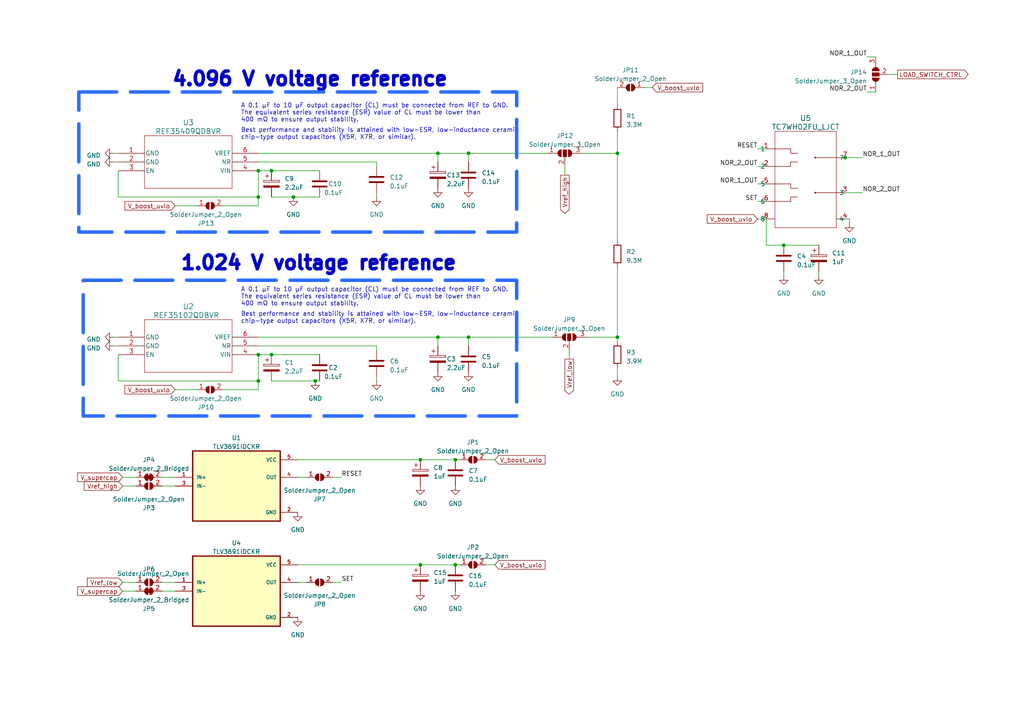
<source format=kicad_sch>
(kicad_sch (version 20230121) (generator eeschema)
  (paper "A4")
  (title_block (title "UVLO circuit ") (date "2024-02-07") (rev "1"))
  (lib_symbols
    (symbol "Device:C" (pin_numbers hide) (pin_names (offset 0.254))
      (property "Reference" "C" (at 0.635 2.54 0))
      (property "Value" "C" (at 0.635 -2.54 0))
      (symbol "C_0_1"
        (polyline (pts (xy -2.032 -0.762) (xy 2.032 -0.762)) (stroke (width 0.508)))
        (polyline (pts (xy -2.032 0.762) (xy 2.032 0.762)) (stroke (width 0.508)))
      )
      (symbol "C_1_1"
        (pin passive line (at 0 3.81 270) (length 2.794) (name "~") (number "1"))
        (pin passive line (at 0 -3.81 90) (length 2.794) (name "~") (number "2"))
      )
    )
    (symbol "Device:C_Polarized" (pin_numbers hide) (pin_names (offset 0.254))
      (property "Reference" "C" (at 0.635 2.54 0))
      (property "Value" "C_Polarized" (at 0.635 -2.54 0))
      (symbol "C_Polarized_0_1"
        (rectangle (start -2.286 0.508) (end 2.286 1.016))
        (polyline (pts (xy -1.778 2.286) (xy -0.762 2.286)))
        (polyline (pts (xy -1.27 2.794) (xy -1.27 1.778)))
        (rectangle (start 2.286 -0.508) (end -2.286 -1.016) (fill (type outline)))
      )
      (symbol "C_Polarized_1_1"
        (pin passive line (at 0 3.81 270) (length 2.794) (name "~") (number "1"))
        (pin passive line (at 0 -3.81 90) (length 2.794) (name "~") (number "2"))
      )
    )
    (symbol "Device:R" (pin_numbers hide) (pin_names (offset 0))
      (property "Reference" "R" (at 2.032 0 90))
      (property "Value" "R" (at 0 0 90))
      (symbol "R_0_1"
        (rectangle (start -1.016 -2.54) (end 1.016 2.54) (stroke (width 0.254)))
      )
      (symbol "R_1_1"
        (pin passive line (at 0 3.81 270) (length 1.27) (name "~") (number "1"))
        (pin passive line (at 0 -3.81 90) (length 1.27) (name "~") (number "2"))
      )
    )
    (symbol "Jumper:SolderJumper_2_Bridged" (pin_names (offset 0) hide)
      (property "Reference" "JP" (at 0 2.032 0))
      (property "Value" "SolderJumper_2_Bridged" (at 0 -2.54 0))
      (symbol "SolderJumper_2_Bridged_0_1"
        (rectangle (start -0.508 0.508) (end 0.508 -0.508) (fill (type outline)))
        (arc (start -0.254 1.016) (mid -1.2656 0) (end -0.254 -1.016))
        (arc (start -0.254 1.016) (mid -1.2656 0) (end -0.254 -1.016) (fill (type outline)))
        (polyline (pts (xy -0.254 1.016) (xy -0.254 -1.016)))
        (polyline (pts (xy 0.254 1.016) (xy 0.254 -1.016)))
        (arc (start 0.254 -1.016) (mid 1.2656 0) (end 0.254 1.016))
        (arc (start 0.254 -1.016) (mid 1.2656 0) (end 0.254 1.016) (fill (type outline)))
      )
      (symbol "SolderJumper_2_Bridged_1_1"
        (pin passive line (at -3.81 0 0) (length 2.54) (name "A") (number "1"))
        (pin passive line (at 3.81 0 180) (length 2.54) (name "B") (number "2"))
      )
    )
    (symbol "Jumper:SolderJumper_2_Open" (pin_names (offset 0) hide)
      (property "Reference" "JP" (at 0 2.032 0))
      (property "Value" "SolderJumper_2_Open" (at 0 -2.54 0))
      (symbol "SolderJumper_2_Open_0_1"
        (arc (start -0.254 1.016) (mid -1.2656 0) (end -0.254 -1.016))
        (arc (start -0.254 1.016) (mid -1.2656 0) (end -0.254 -1.016) (fill (type outline)))
        (polyline (pts (xy -0.254 1.016) (xy -0.254 -1.016)))
        (polyline (pts (xy 0.254 1.016) (xy 0.254 -1.016)))
        (arc (start 0.254 -1.016) (mid 1.2656 0) (end 0.254 1.016))
        (arc (start 0.254 -1.016) (mid 1.2656 0) (end 0.254 1.016) (fill (type outline)))
      )
      (symbol "SolderJumper_2_Open_1_1"
        (pin passive line (at -3.81 0 0) (length 2.54) (name "A") (number "1"))
        (pin passive line (at 3.81 0 180) (length 2.54) (name "B") (number "2"))
      )
    )
    (symbol "Jumper:SolderJumper_3_Open" (pin_names (offset 0) hide)
      (property "Reference" "JP" (at -2.54 -2.54 0))
      (property "Value" "SolderJumper_3_Open" (at 0 2.794 0))
      (symbol "SolderJumper_3_Open_0_1"
        (arc (start -1.016 1.016) (mid -2.0276 0) (end -1.016 -1.016))
        (arc (start -1.016 1.016) (mid -2.0276 0) (end -1.016 -1.016) (fill (type outline)))
        (rectangle (start -0.508 1.016) (end 0.508 -1.016) (fill (type outline)))
        (polyline (pts (xy -2.54 0) (xy -2.032 0)))
        (polyline (pts (xy -1.016 1.016) (xy -1.016 -1.016)))
        (polyline (pts (xy 0 -1.27) (xy 0 -1.016)))
        (polyline (pts (xy 1.016 1.016) (xy 1.016 -1.016)))
        (polyline (pts (xy 2.54 0) (xy 2.032 0)))
        (arc (start 1.016 -1.016) (mid 2.0276 0) (end 1.016 1.016))
        (arc (start 1.016 -1.016) (mid 2.0276 0) (end 1.016 1.016) (fill (type outline)))
      )
      (symbol "SolderJumper_3_Open_1_1"
        (pin passive line (at -5.08 0 0) (length 2.54) (name "A") (number "1"))
        (pin passive line (at 0 -3.81 90) (length 2.54) (name "C") (number "2"))
        (pin passive line (at 5.08 0 180) (length 2.54) (name "B") (number "3"))
      )
    )
    (symbol "TC7WH02FU:TC7WH02FU_LJCT" (pin_names (offset 0.254))
      (property "Reference" "U" (at 0 0 0))
      (property "Value" "TC7WH02FU_LJCT" (at 0 0 0))
      (symbol "TC7WH02FU_LJCT_0_1"
        (polyline (pts (xy -2.54 -25.4) (xy 0 -25.4)))
        (polyline (pts (xy -2.54 -20.32) (xy 0 -20.32)))
        (polyline (pts (xy -2.54 -15.24) (xy 0 -15.24)))
        (polyline (pts (xy -2.54 -10.16) (xy 0 -10.16)))
        (polyline (pts (xy -2.54 -5.08) (xy 0 -5.08)))
        (polyline (pts (xy 0 -27.94) (xy 0 0)) (stroke (width 0.127)))
        (polyline (pts (xy 0 -20.32) (xy 4.572 -20.32)))
        (polyline (pts (xy 0 -15.24) (xy 4.572 -15.24)))
        (polyline (pts (xy 0 -10.16) (xy 4.572 -10.16)))
        (polyline (pts (xy 0 -5.08) (xy 4.572 -5.08)))
        (polyline (pts (xy 0 0) (xy 17.78 0)) (stroke (width 0.127)))
        (polyline (pts (xy 4.572 -19.05) (xy 4.572 -20.32)))
        (polyline (pts (xy 4.572 -19.05) (xy 6.604 -19.05)))
        (polyline (pts (xy 4.572 -16.51) (xy 6.604 -16.51)))
        (polyline (pts (xy 4.572 -15.24) (xy 4.572 -16.51)))
        (polyline (pts (xy 4.572 -8.89) (xy 4.572 -10.16)))
        (polyline (pts (xy 4.572 -8.89) (xy 6.604 -8.89)))
        (polyline (pts (xy 4.572 -6.35) (xy 6.604 -6.35)))
        (polyline (pts (xy 4.572 -5.08) (xy 4.572 -6.35)))
        (polyline (pts (xy 11.938 -17.78) (xy 17.78 -17.78)))
        (polyline (pts (xy 11.938 -7.62) (xy 17.78 -7.62)))
        (polyline (pts (xy 17.78 -27.94) (xy 0 -27.94)) (stroke (width 0.127)))
        (polyline (pts (xy 17.78 0) (xy 17.78 -27.94)) (stroke (width 0.127)))
        (polyline (pts (xy 20.32 -25.4) (xy 17.78 -25.4)))
        (polyline (pts (xy 20.32 -17.78) (xy 17.78 -17.78)))
        (polyline (pts (xy 20.32 -7.62) (xy 17.78 -7.62)))
        (circle (center 11.684 -17.78) (radius 0.127) (stroke (width 0.254)))
        (circle (center 11.684 -7.62) (radius 0.127) (stroke (width 0.254)))
        (pin unspecified line (at -2.5146 -5.08 180) (length 0.0254) (name "1") (number "1"))
        (pin unspecified line (at -2.5146 -10.16 180) (length 0.0254) (name "2") (number "2"))
        (pin unspecified line (at 20.3454 -17.78 180) (length 0.0254) (name "3") (number "3"))
        (pin unspecified line (at 20.3454 -25.4 180) (length 0.0254) (name "4") (number "4"))
        (pin unspecified line (at -2.5146 -15.24 180) (length 0.0254) (name "5") (number "5"))
        (pin unspecified line (at -2.5146 -20.32 180) (length 0.0254) (name "6") (number "6"))
        (pin unspecified line (at 20.3454 -7.62 180) (length 0.0254) (name "7") (number "7"))
        (pin unspecified line (at -2.5146 -25.4 180) (length 0.0254) (name "8") (number "8"))
      )
    )
    (symbol "TLV3691IDCKR:TLV3691IDCKR" (pin_names (offset 1.016))
      (property "Reference" "U" (at -12.7 11.16 0))
      (property "Value" "TLV3691IDCKR" (at -12.7 -14.16 0))
      (symbol "TLV3691IDCKR_0_0"
        (rectangle (start -12.7 -10.16) (end 12.7 10.16) (stroke (width 0.41)) (fill (type background)))
        (pin input line (at -17.78 2.54 0) (length 5.08) (name "IN+") (number "1"))
        (pin power_in line (at 17.78 -7.62 180) (length 5.08) (name "GND") (number "2"))
        (pin input line (at -17.78 0 0) (length 5.08) (name "IN-") (number "3"))
        (pin output line (at 17.78 2.54 180) (length 5.08) (name "OUT") (number "4"))
        (pin power_in line (at 17.78 7.62 180) (length 5.08) (name "VCC") (number "5"))
      )
    )
    (symbol "power:GND" (power) (pin_names (offset 0))
      (property "Value" "GND" (at 0 -3.81 0))
      (symbol "GND_0_1"
        (polyline (pts (xy 0 0) (xy 0 -1.27) (xy 1.27 -1.27) (xy 0 -2.54) (xy -1.27 -1.27) (xy 0 -1.27)))
      )
      (symbol "GND_1_1"
        (pin power_in line (at 0 0 270) (length 0) hide (name "GND") (number "1"))
      )
    )
    (symbol "ref35:PREF35125QDBVR" (pin_names (offset 0.254))
      (property "Reference" "U" (at 20.32 10.16 0))
      (property "Value" "PREF35125QDBVR" (at 20.32 7.62 0))
      (symbol "PREF35125QDBVR_0_1"
        (polyline (pts (xy 7.62 -10.16) (xy 33.02 -10.16)) (stroke (width 0.127)))
        (polyline (pts (xy 7.62 5.08) (xy 7.62 -10.16)) (stroke (width 0.127)))
        (polyline (pts (xy 33.02 -10.16) (xy 33.02 5.08)) (stroke (width 0.127)))
        (polyline (pts (xy 33.02 5.08) (xy 7.62 5.08)) (stroke (width 0.127)))
        (pin power_out line (at 0 0 0) (length 7.62) (name "GND") (number "1"))
        (pin power_out line (at 0 -2.54 0) (length 7.62) (name "GND") (number "2"))
        (pin input line (at 0 -5.08 0) (length 7.62) (name "EN") (number "3"))
        (pin power_in line (at 40.64 -5.08 180) (length 7.62) (name "VIN") (number "4"))
        (pin output line (at 40.64 -2.54 180) (length 7.62) (name "NR") (number "5"))
        (pin output line (at 40.64 0 180) (length 7.62) (name "VREF") (number "6"))
      )
    )
  )
  (junction (at 132.08 163.83))
  (junction (at 74.93 102.87))
  (junction (at 74.93 49.53))
  (junction (at 132.08 133.35))
  (junction (at 127 44.45))
  (junction (at 121.92 133.35))
  (junction (at 85.09 57.15))
  (junction (at 245.11 45.72))
  (junction (at 135.89 97.79))
  (junction (at 74.93 110.49))
  (junction (at 127 97.79))
  (junction (at 74.93 57.15))
  (junction (at 78.74 49.53))
  (junction (at 121.92 163.83))
  (junction (at 135.89 44.45))
  (junction (at 91.44 110.49))
  (junction (at 78.74 102.87))
  (junction (at 179.07 44.45))
  (junction (at 227.33 71.12))
  (junction (at 179.07 97.79))
  (wire (pts (xy 179.07 77.47) (xy 179.07 97.79)))
  (wire (pts (xy 127 46.99) (xy 127 44.45)))
  (wire (pts (xy 109.22 57.15) (xy 109.22 55.88)))
  (wire (pts (xy 46.99 171.45) (xy 50.8 171.45)))
  (wire (pts (xy 121.92 133.35) (xy 132.08 133.35)))
  (wire (pts (xy 74.93 110.49) (xy 74.93 113.03)))
  (wire (pts (xy 78.74 57.15) (xy 85.09 57.15)))
  (wire (pts (xy 74.93 102.87) (xy 74.93 110.49)))
  (wire (pts (xy 237.49 78.74) (xy 237.49 80.01)))
  (wire (pts (xy 33.02 44.45) (xy 34.29 44.45)))
  (wire (pts (xy 219.71 43.18) (xy 222.25 43.18)))
  (wire (pts (xy 33.02 97.79) (xy 34.29 97.79)))
  (wire (pts (xy 74.93 57.15) (xy 74.93 59.69)))
  (wire (pts (xy 34.29 102.87) (xy 34.29 110.49)))
  (wire (pts (xy 245.11 63.5) (xy 246.38 63.5)))
  (wire (pts (xy 179.07 106.68) (xy 179.07 109.22)))
  (wire (pts (xy 222.25 71.12) (xy 227.33 71.12)))
  (wire (pts (xy 179.07 97.79) (xy 179.07 99.06)))
  (wire (pts (xy 135.89 46.99) (xy 135.89 44.45)))
  (wire (pts (xy 227.33 78.74) (xy 227.33 80.01)))
  (wire (pts (xy 35.56 140.97) (xy 39.37 140.97)))
  (wire (pts (xy 127 100.33) (xy 127 97.79)))
  (wire (pts (xy 50.8 113.03) (xy 57.15 113.03)))
  (wire (pts (xy 74.93 49.53) (xy 78.74 49.53)))
  (wire (pts (xy 245.0846 45.72) (xy 245.11 45.72)))
  (wire (pts (xy 50.8 59.69) (xy 57.15 59.69)))
  (wire (pts (xy 189.23 25.4) (xy 186.69 25.4)))
  (wire (pts (xy 179.07 25.4) (xy 179.07 30.48)))
  (wire (pts (xy 74.93 102.87) (xy 78.74 102.87)))
  (wire (pts (xy 91.44 110.49) (xy 92.71 110.49)))
  (wire (pts (xy 127 44.45) (xy 135.89 44.45)))
  (wire (pts (xy 33.02 100.33) (xy 34.29 100.33)))
  (wire (pts (xy 46.99 138.43) (xy 50.8 138.43)))
  (wire (pts (xy 96.52 168.91) (xy 99.06 168.91)))
  (wire (pts (xy 85.09 57.15) (xy 92.71 57.15)))
  (wire (pts (xy 140.97 133.35) (xy 143.51 133.35)))
  (wire (pts (xy 245.11 45.72) (xy 250.19 45.72)))
  (wire (pts (xy 78.74 49.53) (xy 92.71 49.53)))
  (wire (pts (xy 46.99 140.97) (xy 50.8 140.97)))
  (wire (pts (xy 96.52 138.43) (xy 99.06 138.43)))
  (wire (pts (xy 222.25 63.5) (xy 222.25 71.12)))
  (wire (pts (xy 179.07 44.45) (xy 179.07 69.85)))
  (wire (pts (xy 35.56 168.91) (xy 39.37 168.91)))
  (wire (pts (xy 219.71 58.42) (xy 222.25 58.42)))
  (wire (pts (xy 33.02 46.99) (xy 34.29 46.99)))
  (wire (pts (xy 86.36 133.35) (xy 121.92 133.35)))
  (wire (pts (xy 245.11 55.88) (xy 250.19 55.88)))
  (wire (pts (xy 78.74 102.87) (xy 92.71 102.87)))
  (wire (pts (xy 165.1 101.6) (xy 165.1 104.14)))
  (wire (pts (xy 257.81 21.59) (xy 260.35 21.59)))
  (wire (pts (xy 163.83 48.26) (xy 163.83 50.8)))
  (wire (pts (xy 140.97 163.83) (xy 143.51 163.83)))
  (wire (pts (xy 46.99 168.91) (xy 50.8 168.91)))
  (wire (pts (xy 74.93 100.33) (xy 109.22 100.33)))
  (wire (pts (xy 35.56 171.45) (xy 39.37 171.45)))
  (wire (pts (xy 251.46 26.67) (xy 254 26.67)))
  (wire (pts (xy 35.56 138.43) (xy 39.37 138.43)))
  (wire (pts (xy 34.29 57.15) (xy 74.93 57.15)))
  (wire (pts (xy 109.22 101.6) (xy 109.22 100.33)))
  (wire (pts (xy 179.07 38.1) (xy 179.07 44.45)))
  (wire (pts (xy 74.93 46.99) (xy 109.22 46.99)))
  (wire (pts (xy 109.22 110.49) (xy 109.22 109.22)))
  (wire (pts (xy 64.77 113.03) (xy 74.93 113.03)))
  (wire (pts (xy 74.93 97.79) (xy 127 97.79)))
  (wire (pts (xy 227.33 71.12) (xy 237.49 71.12)))
  (wire (pts (xy 74.93 44.45) (xy 127 44.45)))
  (wire (pts (xy 168.91 44.45) (xy 179.07 44.45)))
  (wire (pts (xy 132.08 163.83) (xy 133.35 163.83)))
  (wire (pts (xy 86.36 138.43) (xy 88.9 138.43)))
  (wire (pts (xy 135.89 100.33) (xy 135.89 97.79)))
  (wire (pts (xy 34.29 110.49) (xy 74.93 110.49)))
  (wire (pts (xy 86.36 168.91) (xy 88.9 168.91)))
  (wire (pts (xy 34.29 49.53) (xy 34.29 57.15)))
  (wire (pts (xy 135.89 44.45) (xy 158.75 44.45)))
  (wire (pts (xy 64.77 59.69) (xy 74.93 59.69)))
  (wire (pts (xy 132.08 133.35) (xy 133.35 133.35)))
  (wire (pts (xy 219.6846 48.26) (xy 222.2246 48.26)))
  (wire (pts (xy 78.74 110.49) (xy 91.44 110.49)))
  (wire (pts (xy 121.92 163.83) (xy 132.08 163.83)))
  (wire (pts (xy 246.38 63.5) (xy 246.38 64.77)))
  (wire (pts (xy 74.93 49.53) (xy 74.93 57.15)))
  (wire (pts (xy 127 97.79) (xy 135.89 97.79)))
  (wire (pts (xy 219.6846 53.34) (xy 222.2246 53.34)))
  (wire (pts (xy 219.6846 63.5) (xy 222.2246 63.5)))
  (wire (pts (xy 86.36 163.83) (xy 121.92 163.83)))
  (wire (pts (xy 251.46 16.51) (xy 254 16.51)))
  (wire (pts (xy 170.18 97.79) (xy 179.07 97.79)))
  (wire (pts (xy 109.22 48.26) (xy 109.22 46.99)))
  (wire (pts (xy 135.89 97.79) (xy 160.02 97.79)))
  (rectangle (start 24.13 81.28) (end 149.86 120.65) (stroke (width 1) (type dash) (color 39 103 255 1)))
  (rectangle (start 22.86 26.67) (end 149.86 67.31) (stroke (width 1) (type dash) (color 39 103 255 1)))
  (text "Best performance and stability is attained with low-ESR, low-inductance ceramic\nchip-type output capacitors (X5R, X7R, or similar)." (at 69.85 40.64 0) (effects (font (size 1.27 1.27)) (justify left bottom)))
  (text "A 0.1 μF to 10 μF output capacitor (CL) must be connected from REF to GND. \nThe equivalent series resistance (ESR) value of CL must be lower than \n400 mΩ to ensure output stability." (at 69.85 35.56 0) (effects (font (size 1.27 1.27)) (justify left bottom)))
  (text "1.024 V voltage reference" (at 52.07 78.74 0) (effects (font (size 4 4) (thickness 5) bold) (justify left bottom)))
  (text "Best performance and stability is attained with low-ESR, low-inductance ceramic\nchip-type output capacitors (X5R, X7R, or similar)." (at 69.85 93.98 0) (effects (font (size 1.27 1.27)) (justify left bottom)))
  (text "4.096 V voltage reference" (at 49.53 25.4 0) (effects (font (size 4 4) (thickness 5) bold) (justify left bottom)))
  (text "A 0.1 μF to 10 μF output capacitor (CL) must be connected from REF to GND. \nThe equivalent series resistance (ESR) value of CL must be lower than \n400 mΩ to ensure output stability." (at 69.85 88.9 0) (effects (font (size 1.27 1.27)) (justify left bottom)))
  (label "SET" (at 99.06 168.91 0))
  (label "RESET" (at 219.71 43.18 180))
  (label "NOR_2_OUT" (at 251.46 26.67 180))
  (label "NOR_1_OUT" (at 250.19 45.72 0))
  (label "RESET" (at 99.06 138.43 0))
  (label "NOR_2_OUT" (at 219.71 48.26 180))
  (label "SET" (at 219.71 58.42 180))
  (label "NOR_1_OUT" (at 251.46 16.51 180))
  (label "NOR_1_OUT" (at 219.71 53.34 180))
  (label "NOR_2_OUT" (at 250.19 55.88 0))
  (global_label "V_boost_uvlo" (shape input) (at 50.8 113.03 180) (property "Intersheetrefs" "${INTERSHEET_REFS}" (effects hide)))
  (global_label "V_boost_uvlo" (shape input) (at 143.51 163.83 0) (property "Intersheetrefs" "${INTERSHEET_REFS}" (effects hide)))
  (global_label "V_boost_uvlo" (shape input) (at 50.8 59.69 180) (property "Intersheetrefs" "${INTERSHEET_REFS}" (effects hide)))
  (global_label "V_boost_uvlo" (shape input) (at 189.23 25.4 0) (property "Intersheetrefs" "${INTERSHEET_REFS}" (effects hide)))
  (global_label "Vref_high" (shape output) (at 163.83 50.8 270) (property "Intersheetrefs" "${INTERSHEET_REFS}" (effects hide)))
  (global_label "V_supercap" (shape input) (at 35.56 171.45 180) (property "Intersheetrefs" "${INTERSHEET_REFS}" (effects hide)))
  (global_label "Vref_high" (shape input) (at 35.56 140.97 180) (property "Intersheetrefs" "${INTERSHEET_REFS}" (effects hide)))
  (global_label "V_boost_uvlo" (shape input) (at 143.51 133.35 0) (property "Intersheetrefs" "${INTERSHEET_REFS}" (effects hide)))
  (global_label "Vref_low" (shape input) (at 35.56 168.91 180) (property "Intersheetrefs" "${INTERSHEET_REFS}" (effects hide)))
  (global_label "LOAD_SWITCH_CTRL" (shape output) (at 260.35 21.59 0) (property "Intersheetrefs" "${INTERSHEET_REFS}" (effects hide)))
  (global_label "V_supercap" (shape input) (at 35.56 138.43 180) (property "Intersheetrefs" "${INTERSHEET_REFS}" (effects hide)))
  (global_label "Vref_low" (shape output) (at 165.1 104.14 270) (property "Intersheetrefs" "${INTERSHEET_REFS}" (effects hide)))
  (global_label "V_boost_uvlo" (shape input) (at 219.6846 63.5 180) (property "Intersheetrefs" "${INTERSHEET_REFS}" (effects hide)))
  (symbol (lib_id "power:GND") (at 121.92 140.97 0) (unit 1)
    (property "Reference" "#PWR015" (effects hide))
    (property "Value" "GND" (at 121.92 146.05 0))
  )
  (symbol (lib_id "Device:C") (at 92.71 53.34 0) (unit 1)
    (property "Reference" "C10" (at 95.25 53.34 0) (effects (justify left)))
    (property "Value" "0.1uF" (at 93.98 55.88 0) (effects (justify left)))
  )
  (symbol (lib_id "Jumper:SolderJumper_2_Open") (at 43.18 168.91 0) (unit 1)
    (property "Reference" "JP6" (at 43.18 165.1 0))
    (property "Value" "SolderJumper_2_Open" (at 44.45 166.37 0))
    (property "Footprint" "Jumper:SolderJumper-2_P1.3mm_Open_RoundedPad1.0x1.5mm" (effects hide))
  )
  (symbol (lib_id "Device:C") (at 109.22 105.41 0) (unit 1)
    (property "Reference" "C6" (at 113.03 104.775 0) (effects (justify left)))
    (property "Value" "0.1uF" (at 113.03 107.315 0) (effects (justify left)))
  )
  (symbol (lib_id "power:GND") (at 127 54.61 0) (unit 1)
    (property "Reference" "#PWR08" (effects hide))
    (property "Value" "GND" (at 127 59.69 0))
  )
  (symbol (lib_id "power:GND") (at 135.89 54.61 0) (unit 1)
    (property "Reference" "#PWR09" (effects hide))
    (property "Value" "GND" (at 135.89 59.69 0))
  )
  (symbol (lib_id "power:GND") (at 109.22 57.15 0) (unit 1)
    (property "Reference" "#PWR07" (effects hide))
    (property "Value" "GND" (at 109.22 62.23 0))
  )
  (symbol (lib_id "power:GND") (at 227.33 80.01 0) (unit 1)
    (property "Reference" "#PWR021" (effects hide))
    (property "Value" "GND" (at 227.33 85.09 0))
  )
  (symbol (lib_id "ref35:PREF35125QDBVR") (at 34.29 97.79 0) (unit 1)
    (property "Reference" "U2" (at 54.61 88.9 0) (effects (font (size 1.524 1.524))))
    (property "Value" "REF35102QDBVR " (at 54.61 91.44 0) (effects (font (size 1.524 1.524))))
    (property "Footprint" "Package_TO_SOT_SMD:SOT-23-6_Handsoldering" (effects hide))
    (property "Datasheet" "https://www.ti.com/lit/ds/symlink/ref35.pdf?ts=1707296755462&ref_url=https%253A%252F%252Fwww.ti.com%252Fproduct%252FREF35%252Fpart-details%252FREF35180QDBVR%253Futm_source%253Dgoogle%2526utm_medium%253Dcpc%2526utm_campaign%253Docb-tistore-null-app_opn_en-cpc-storeic-google-eu_pur%2526utm_content%253DDevice%2526ds_k%253DREF35180QDBVR%2526DCM%253Dyes%2526gad_source%253D1%2526gclid%253DCjwKCAiA8YyuBhBSEiwA5R3-E6wJNGPWvUkPrkGbjkQybax3fhjjFDEVrHfRR9ZkQBEHkRxoK8YN3BoCvHYQAvD_BwE%2526gclsrc%253Daw.ds" (effects hide))
  )
  (symbol (lib_id "Device:C_Polarized") (at 121.92 137.16 0) (unit 1)
    (property "Reference" "C8" (at 125.73 135.636 0) (effects (justify left)))
    (property "Value" "1uF" (at 125.73 138.176 0) (effects (justify left)))
  )
  (symbol (lib_id "power:GND") (at 33.02 97.79 270) (unit 1)
    (property "Reference" "#PWR05" (effects hide))
    (property "Value" "GND" (at 29.21 98.425 90) (effects (justify right)))
  )
  (symbol (lib_id "Device:C_Polarized") (at 78.74 53.34 0) (unit 1)
    (property "Reference" "C9" (at 82.55 51.816 0) (effects (justify left)))
    (property "Value" "2.2uF" (at 82.55 54.356 0) (effects (justify left)))
  )
  (symbol (lib_id "Jumper:SolderJumper_2_Open") (at 92.71 138.43 0) (unit 1)
    (property "Reference" "JP7" (at 92.71 144.78 0))
    (property "Value" "SolderJumper_2_Open" (at 92.71 142.24 0))
    (property "Footprint" "Jumper:SolderJumper-2_P1.3mm_Open_RoundedPad1.0x1.5mm" (effects hide))
  )
  (symbol (lib_id "Device:C") (at 132.08 167.64 0) (unit 1)
    (property "Reference" "C16" (at 135.89 167.005 0) (effects (justify left)))
    (property "Value" "0.1uF" (at 135.89 169.545 0) (effects (justify left)))
  )
  (symbol (lib_id "Jumper:SolderJumper_2_Bridged") (at 43.18 138.43 0) (unit 1)
    (property "Reference" "JP4" (at 43.18 133.35 0))
    (property "Value" "SolderJumper_2_Bridged" (at 43.18 135.89 0))
    (property "Footprint" "Jumper:SolderJumper-2_P1.3mm_Bridged_RoundedPad1.0x1.5mm" (effects hide))
  )
  (symbol (lib_id "power:GND") (at 237.49 80.01 0) (unit 1)
    (property "Reference" "#PWR022" (effects hide))
    (property "Value" "GND" (at 237.49 85.09 0))
  )
  (symbol (lib_id "Jumper:SolderJumper_2_Open") (at 43.18 140.97 0) (unit 1)
    (property "Reference" "JP3" (at 43.18 147.32 0))
    (property "Value" "SolderJumper_2_Open" (at 43.18 144.78 0))
    (property "Footprint" "Jumper:SolderJumper-2_P1.3mm_Open_RoundedPad1.0x1.5mm" (effects hide))
  )
  (symbol (lib_id "Jumper:SolderJumper_2_Open") (at 60.96 113.03 0) (unit 1)
    (property "Reference" "JP10" (at 59.69 118.11 0))
    (property "Value" "SolderJumper_2_Open" (at 59.69 115.57 0))
    (property "Footprint" "Jumper:SolderJumper-2_P1.3mm_Open_RoundedPad1.0x1.5mm" (effects hide))
  )
  (symbol (lib_id "Device:C") (at 132.08 137.16 0) (unit 1)
    (property "Reference" "C7" (at 135.89 136.525 0) (effects (justify left)))
    (property "Value" "0.1uF" (at 135.89 139.065 0) (effects (justify left)))
  )
  (symbol (lib_id "power:GND") (at 109.22 110.49 0) (unit 1)
    (property "Reference" "#PWR04" (effects hide))
    (property "Value" "GND" (at 109.22 115.57 0))
  )
  (symbol (lib_id "Device:C") (at 109.22 52.07 0) (unit 1)
    (property "Reference" "C12" (at 113.03 51.435 0) (effects (justify left)))
    (property "Value" "0.1uF" (at 113.03 53.975 0) (effects (justify left)))
  )
  (symbol (lib_id "Device:R") (at 179.07 73.66 0) (unit 1)
    (property "Reference" "R2" (at 181.61 73.025 0) (effects (justify left)))
    (property "Value" "9.3M" (at 181.61 75.565 0) (effects (justify left)))
  )
  (symbol (lib_id "Jumper:SolderJumper_3_Open") (at 163.83 44.45 0) (unit 1)
    (property "Reference" "JP12" (at 163.83 39.37 0))
    (property "Value" "SolderJumper_3_Open" (at 163.83 41.91 0))
    (property "Footprint" "Jumper:SolderJumper-3_P1.3mm_Open_RoundedPad1.0x1.5mm_NumberLabels" (effects hide))
  )
  (symbol (lib_id "Device:C_Polarized") (at 237.49 74.93 0) (unit 1)
    (property "Reference" "C11" (at 241.3 73.406 0) (effects (justify left)))
    (property "Value" "1uF" (at 241.3 75.946 0) (effects (justify left)))
  )
  (symbol (lib_id "Device:C_Polarized") (at 127 104.14 0) (unit 1)
    (property "Reference" "C3" (at 129.54 104.14 0) (effects (justify left)))
    (property "Value" "2.2uF" (at 129.54 106.68 0) (effects (justify left)))
  )
  (symbol (lib_id "Device:C_Polarized") (at 78.74 106.68 0) (unit 1)
    (property "Reference" "C1" (at 82.55 105.156 0) (effects (justify left)))
    (property "Value" "2.2uF" (at 82.55 107.696 0) (effects (justify left)))
  )
  (symbol (lib_id "TLV3691IDCKR:TLV3691IDCKR") (at 68.58 140.97 0) (unit 1)
    (property "Reference" "U1" (at 68.58 127 0))
    (property "Value" "TLV3691IDCKR" (at 68.58 129.54 0))
    (property "Footprint" "Package_TO_SOT_SMD:SOT-353_SC-70-5_Handsoldering" (effects hide))
    (property "Datasheet" "https://www.ti.com/lit/ds/symlink/tlv3691.pdf?ts=1706791844150&ref_url=https%253A%252F%252Fwww.google.com%252F" (effects hide))
    (property "MF" "Texas Instruments" (effects hide))
    (property "Description" "Nanopower, small-size, single comparator " (effects hide))
    (property "Package" "SC70-5 Texas Instruments" (effects hide))
    (property "Price" "None" (effects hide))
    (property "SnapEDA_Link" "https://www.snapeda.com/parts/TLV3691IDCKR/Texas+Instruments/view-part/?ref=snap" (effects hide))
    (property "MP" "TLV3691IDCKR" (effects hide))
    (property "Availability" "In Stock" (effects hide))
    (property "Check_prices" "https://www.snapeda.com/parts/TLV3691IDCKR/Texas+Instruments/view-part/?ref=eda" (effects hide))
  )
  (symbol (lib_id "power:GND") (at 91.44 110.49 0) (unit 1)
    (property "Reference" "#PWR011" (effects hide))
    (property "Value" "GND" (at 91.44 115.57 0))
  )
  (symbol (lib_id "Jumper:SolderJumper_3_Open") (at 165.1 97.79 0) (unit 1)
    (property "Reference" "JP9" (at 165.1 92.71 0))
    (property "Value" "SolderJumper_3_Open" (at 165.1 95.25 0))
    (property "Footprint" "Jumper:SolderJumper-3_P1.3mm_Open_RoundedPad1.0x1.5mm_NumberLabels" (effects hide))
  )
  (symbol (lib_id "TLV3691IDCKR:TLV3691IDCKR") (at 68.58 171.45 0) (unit 1)
    (property "Reference" "U4" (at 68.58 157.48 0))
    (property "Value" "TLV3691IDCKR" (at 68.58 160.02 0))
    (property "Footprint" "Package_TO_SOT_SMD:SOT-353_SC-70-5_Handsoldering" (effects hide))
    (property "Datasheet" "https://www.ti.com/lit/ds/symlink/tlv3691.pdf?ts=1706791844150&ref_url=https%253A%252F%252Fwww.google.com%252F" (effects hide))
    (property "MF" "Texas Instruments" (effects hide))
    (property "Description" "Nanopower, small-size, single comparator " (effects hide))
    (property "Package" "SC70-5 Texas Instruments" (effects hide))
    (property "Price" "None" (effects hide))
    (property "SnapEDA_Link" "https://www.snapeda.com/parts/TLV3691IDCKR/Texas+Instruments/view-part/?ref=snap" (effects hide))
    (property "MP" "TLV3691IDCKR" (effects hide))
    (property "Availability" "In Stock" (effects hide))
    (property "Check_prices" "https://www.snapeda.com/parts/TLV3691IDCKR/Texas+Instruments/view-part/?ref=eda" (effects hide))
  )
  (symbol (lib_id "power:GND") (at 85.09 57.15 0) (unit 1)
    (property "Reference" "#PWR012" (effects hide))
    (property "Value" "GND" (at 85.09 62.23 0))
  )
  (symbol (lib_id "Device:C_Polarized") (at 121.92 167.64 0) (unit 1)
    (property "Reference" "C15" (at 125.73 166.116 0) (effects (justify left)))
    (property "Value" "1uF" (at 125.73 168.656 0) (effects (justify left)))
  )
  (symbol (lib_id "Device:C") (at 92.71 106.68 0) (unit 1)
    (property "Reference" "C2" (at 95.25 106.68 0) (effects (justify left)))
    (property "Value" "0.1uF" (at 93.98 109.22 0) (effects (justify left)))
  )
  (symbol (lib_id "power:GND") (at 135.89 107.95 0) (unit 1)
    (property "Reference" "#PWR02" (effects hide))
    (property "Value" "GND" (at 135.89 113.03 0))
  )
  (symbol (lib_id "power:GND") (at 121.92 171.45 0) (unit 1)
    (property "Reference" "#PWR017" (effects hide))
    (property "Value" "GND" (at 121.92 176.53 0))
  )
  (symbol (lib_id "ref35:PREF35125QDBVR") (at 34.29 44.45 0) (unit 1)
    (property "Reference" "U3" (at 54.61 35.56 0) (effects (font (size 1.524 1.524))))
    (property "Value" "REF35409QDBVR" (at 54.61 38.1 0) (effects (font (size 1.524 1.524))))
    (property "Footprint" "Package_TO_SOT_SMD:SOT-23-6_Handsoldering" (effects hide))
    (property "Datasheet" "https://www.ti.com/lit/ds/symlink/ref35.pdf?ts=1707296755462&ref_url=https%253A%252F%252Fwww.ti.com%252Fproduct%252FREF35%252Fpart-details%252FREF35180QDBVR%253Futm_source%253Dgoogle%2526utm_medium%253Dcpc%2526utm_campaign%253Docb-tistore-null-app_opn_en-cpc-storeic-google-eu_pur%2526utm_content%253DDevice%2526ds_k%253DREF35180QDBVR%2526DCM%253Dyes%2526gad_source%253D1%2526gclid%253DCjwKCAiA8YyuBhBSEiwA5R3-E6wJNGPWvUkPrkGbjkQybax3fhjjFDEVrHfRR9ZkQBEHkRxoK8YN3BoCvHYQAvD_BwE%2526gclsrc%253Daw.ds" (effects hide))
  )
  (symbol (lib_id "power:GND") (at 132.08 171.45 0) (unit 1)
    (property "Reference" "#PWR018" (effects hide))
    (property "Value" "GND" (at 132.08 176.53 0))
  )
  (symbol (lib_id "power:GND") (at 246.3546 64.77 0) (unit 1)
    (property "Reference" "#PWR020" (effects hide))
    (property "Value" "GND" (at 246.3546 69.85 0))
  )
  (symbol (lib_id "power:GND") (at 33.02 44.45 270) (unit 1)
    (property "Reference" "#PWR013" (effects hide))
    (property "Value" "GND" (at 29.21 45.085 90) (effects (justify right)))
  )
  (symbol (lib_id "Device:R") (at 179.07 102.87 0) (unit 1)
    (property "Reference" "R3" (at 181.61 102.235 0) (effects (justify left)))
    (property "Value" "3.9M" (at 181.61 104.775 0) (effects (justify left)))
  )
  (symbol (lib_id "TC7WH02FU:TC7WH02FU_LJCT") (at 224.7646 38.1 0) (unit 1)
    (property "Reference" "U5" (at 233.6546 34.29 0) (effects (font (size 1.524 1.524))))
    (property "Value" "TC7WH02FU_LJCT" (at 233.6546 36.83 0) (effects (font (size 1.524 1.524))))
    (property "Footprint" "Package_SO:Zetex_SM8" (effects hide))
    (property "Datasheet" "https://toshiba.semicon-storage.com/info/TC7WH02FU_datasheet_en_20200205.pdf?did=20119&prodName=TC7WH02FU" (effects hide))
    (property "Description" "Dual 2-Input NOR Gate" (effects hide))
  )
  (symbol (lib_id "Jumper:SolderJumper_2_Open") (at 92.71 168.91 0) (unit 1)
    (property "Reference" "JP8" (at 92.71 175.26 0))
    (property "Value" "SolderJumper_2_Open" (at 92.71 172.72 0))
    (property "Footprint" "Jumper:SolderJumper-2_P1.3mm_Open_RoundedPad1.0x1.5mm" (effects hide))
  )
  (symbol (lib_id "Device:C") (at 135.89 50.8 0) (unit 1)
    (property "Reference" "C14" (at 139.7 50.165 0) (effects (justify left)))
    (property "Value" "0.1uF" (at 139.7 52.705 0) (effects (justify left)))
  )
  (symbol (lib_id "power:GND") (at 179.07 109.22 0) (unit 1)
    (property "Reference" "#PWR010" (effects hide))
    (property "Value" "GND" (at 179.07 114.3 0))
  )
  (symbol (lib_id "power:GND") (at 127 107.95 0) (unit 1)
    (property "Reference" "#PWR03" (effects hide))
    (property "Value" "GND" (at 127 113.03 0))
  )
  (symbol (lib_id "Jumper:SolderJumper_2_Open") (at 137.16 163.83 0) (unit 1)
    (property "Reference" "JP2" (at 137.16 158.75 0))
    (property "Value" "SolderJumper_2_Open" (at 137.16 161.29 0))
    (property "Footprint" "Jumper:SolderJumper-2_P1.3mm_Open_RoundedPad1.0x1.5mm" (effects hide))
  )
  (symbol (lib_id "Jumper:SolderJumper_2_Open") (at 60.96 59.69 0) (unit 1)
    (property "Reference" "JP13" (at 59.69 64.77 0))
    (property "Value" "SolderJumper_2_Open" (at 59.69 62.23 0))
    (property "Footprint" "Jumper:SolderJumper-2_P1.3mm_Open_RoundedPad1.0x1.5mm" (effects hide))
  )
  (symbol (lib_id "power:GND") (at 86.36 179.07 0) (unit 1)
    (property "Reference" "#PWR016" (effects hide))
    (property "Value" "GND" (at 86.36 184.15 0))
  )
  (symbol (lib_id "Jumper:SolderJumper_3_Open") (at 254 21.59 90) (unit 1)
    (property "Reference" "JP14" (at 251.46 20.955 90) (effects (justify left)))
    (property "Value" "SolderJumper_3_Open" (at 251.46 23.495 90) (effects (justify left)))
    (property "Footprint" "Jumper:SolderJumper-3_P1.3mm_Open_RoundedPad1.0x1.5mm" (effects hide))
  )
  (symbol (lib_id "Device:C_Polarized") (at 127 50.8 0) (unit 1)
    (property "Reference" "C13" (at 129.54 50.8 0) (effects (justify left)))
    (property "Value" "2.2uF" (at 129.54 53.34 0) (effects (justify left)))
  )
  (symbol (lib_id "Device:R") (at 179.07 34.29 0) (unit 1)
    (property "Reference" "R1" (at 181.61 33.655 0) (effects (justify left)))
    (property "Value" "3.3M" (at 181.61 36.195 0) (effects (justify left)))
  )
  (symbol (lib_id "Jumper:SolderJumper_2_Open") (at 137.16 133.35 0) (unit 1)
    (property "Reference" "JP1" (at 137.16 128.27 0))
    (property "Value" "SolderJumper_2_Open" (at 137.16 130.81 0))
    (property "Footprint" "Jumper:SolderJumper-2_P1.3mm_Open_RoundedPad1.0x1.5mm" (effects hide))
  )
  (symbol (lib_id "Jumper:SolderJumper_2_Open") (at 182.88 25.4 180) (unit 1)
    (property "Reference" "JP11" (at 182.88 20.32 0))
    (property "Value" "SolderJumper_2_Open" (at 182.88 22.86 0))
    (property "Footprint" "Jumper:SolderJumper-2_P1.3mm_Open_RoundedPad1.0x1.5mm" (effects hide))
  )
  (symbol (lib_id "power:GND") (at 33.02 100.33 270) (unit 1)
    (property "Reference" "#PWR019" (effects hide))
    (property "Value" "GND" (at 29.21 100.965 90) (effects (justify right)))
  )
  (symbol (lib_id "power:GND") (at 86.36 148.59 0) (unit 1)
    (property "Reference" "#PWR01" (effects hide))
    (property "Value" "GND" (at 86.36 153.67 0))
  )
  (symbol (lib_id "power:GND") (at 132.08 140.97 0) (unit 1)
    (property "Reference" "#PWR014" (effects hide))
    (property "Value" "GND" (at 132.08 146.05 0))
  )
  (symbol (lib_id "Device:C") (at 135.89 104.14 0) (unit 1)
    (property "Reference" "C5" (at 139.7 103.505 0) (effects (justify left)))
    (property "Value" "0.1uF" (at 139.7 106.045 0) (effects (justify left)))
  )
  (symbol (lib_id "power:GND") (at 33.02 46.99 270) (unit 1)
    (property "Reference" "#PWR06" (effects hide))
    (property "Value" "GND" (at 29.21 47.625 90) (effects (justify right)))
  )
  (symbol (lib_id "Device:C") (at 227.33 74.93 0) (unit 1)
    (property "Reference" "C4" (at 231.14 74.295 0) (effects (justify left)))
    (property "Value" "0.1uF" (at 231.14 76.835 0) (effects (justify left)))
  )
  (symbol (lib_id "Jumper:SolderJumper_2_Bridged") (at 43.18 171.45 0) (unit 1)
    (property "Reference" "JP5" (at 43.18 176.53 0))
    (property "Value" "SolderJumper_2_Bridged" (at 43.18 173.99 0))
    (property "Footprint" "Jumper:SolderJumper-2_P1.3mm_Bridged_RoundedPad1.0x1.5mm" (effects hide))
  )
)
</source>
